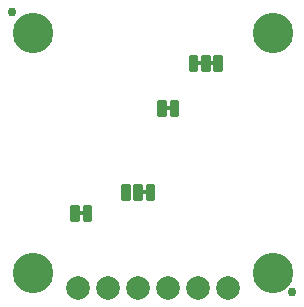
<source format=gbs>
G04 EAGLE Gerber RS-274X export*
G75*
%MOMM*%
%FSLAX34Y34*%
%LPD*%
%INSoldermask Bottom*%
%IPPOS*%
%AMOC8*
5,1,8,0,0,1.08239X$1,22.5*%
G01*
%ADD10C,3.429000*%
%ADD11C,0.762000*%
%ADD12C,0.228344*%
%ADD13C,2.006600*%

G36*
X168340Y201307D02*
X168340Y201307D01*
X168406Y201309D01*
X168449Y201327D01*
X168496Y201335D01*
X168553Y201369D01*
X168613Y201394D01*
X168648Y201425D01*
X168689Y201450D01*
X168731Y201501D01*
X168779Y201545D01*
X168801Y201587D01*
X168830Y201624D01*
X168851Y201686D01*
X168882Y201745D01*
X168890Y201799D01*
X168902Y201836D01*
X168901Y201876D01*
X168909Y201930D01*
X168909Y204470D01*
X168898Y204535D01*
X168896Y204601D01*
X168878Y204644D01*
X168870Y204691D01*
X168836Y204748D01*
X168811Y204808D01*
X168780Y204843D01*
X168755Y204884D01*
X168704Y204926D01*
X168660Y204974D01*
X168618Y204996D01*
X168581Y205025D01*
X168519Y205046D01*
X168460Y205077D01*
X168406Y205085D01*
X168369Y205097D01*
X168329Y205096D01*
X168275Y205104D01*
X164465Y205104D01*
X164400Y205093D01*
X164334Y205091D01*
X164291Y205073D01*
X164244Y205065D01*
X164187Y205031D01*
X164127Y205006D01*
X164092Y204975D01*
X164051Y204950D01*
X164010Y204899D01*
X163961Y204855D01*
X163939Y204813D01*
X163910Y204776D01*
X163889Y204714D01*
X163858Y204655D01*
X163850Y204601D01*
X163838Y204564D01*
X163838Y204561D01*
X163839Y204524D01*
X163831Y204470D01*
X163831Y201930D01*
X163842Y201865D01*
X163844Y201799D01*
X163862Y201756D01*
X163870Y201709D01*
X163904Y201652D01*
X163929Y201592D01*
X163960Y201557D01*
X163985Y201516D01*
X164036Y201475D01*
X164080Y201426D01*
X164122Y201404D01*
X164159Y201375D01*
X164221Y201354D01*
X164280Y201323D01*
X164334Y201315D01*
X164371Y201303D01*
X164411Y201304D01*
X164465Y201296D01*
X168275Y201296D01*
X168340Y201307D01*
G37*
G36*
X178500Y201307D02*
X178500Y201307D01*
X178566Y201309D01*
X178609Y201327D01*
X178656Y201335D01*
X178713Y201369D01*
X178773Y201394D01*
X178808Y201425D01*
X178849Y201450D01*
X178891Y201501D01*
X178939Y201545D01*
X178961Y201587D01*
X178990Y201624D01*
X179011Y201686D01*
X179042Y201745D01*
X179050Y201799D01*
X179062Y201836D01*
X179061Y201876D01*
X179069Y201930D01*
X179069Y204470D01*
X179058Y204535D01*
X179056Y204601D01*
X179038Y204644D01*
X179030Y204691D01*
X178996Y204748D01*
X178971Y204808D01*
X178940Y204843D01*
X178915Y204884D01*
X178864Y204926D01*
X178820Y204974D01*
X178778Y204996D01*
X178741Y205025D01*
X178679Y205046D01*
X178620Y205077D01*
X178566Y205085D01*
X178529Y205097D01*
X178489Y205096D01*
X178435Y205104D01*
X174625Y205104D01*
X174560Y205093D01*
X174494Y205091D01*
X174451Y205073D01*
X174404Y205065D01*
X174347Y205031D01*
X174287Y205006D01*
X174252Y204975D01*
X174211Y204950D01*
X174170Y204899D01*
X174121Y204855D01*
X174099Y204813D01*
X174070Y204776D01*
X174049Y204714D01*
X174018Y204655D01*
X174010Y204601D01*
X173998Y204564D01*
X173998Y204561D01*
X173999Y204524D01*
X173991Y204470D01*
X173991Y201930D01*
X174002Y201865D01*
X174004Y201799D01*
X174022Y201756D01*
X174030Y201709D01*
X174064Y201652D01*
X174089Y201592D01*
X174120Y201557D01*
X174145Y201516D01*
X174196Y201475D01*
X174240Y201426D01*
X174282Y201404D01*
X174319Y201375D01*
X174381Y201354D01*
X174440Y201323D01*
X174494Y201315D01*
X174531Y201303D01*
X174571Y201304D01*
X174625Y201296D01*
X178435Y201296D01*
X178500Y201307D01*
G37*
G36*
X141670Y163207D02*
X141670Y163207D01*
X141736Y163209D01*
X141779Y163227D01*
X141826Y163235D01*
X141883Y163269D01*
X141943Y163294D01*
X141978Y163325D01*
X142019Y163350D01*
X142061Y163401D01*
X142109Y163445D01*
X142131Y163487D01*
X142160Y163524D01*
X142181Y163586D01*
X142212Y163645D01*
X142220Y163699D01*
X142232Y163736D01*
X142231Y163776D01*
X142239Y163830D01*
X142239Y166370D01*
X142228Y166435D01*
X142226Y166501D01*
X142208Y166544D01*
X142200Y166591D01*
X142166Y166648D01*
X142141Y166708D01*
X142110Y166743D01*
X142085Y166784D01*
X142034Y166826D01*
X141990Y166874D01*
X141948Y166896D01*
X141911Y166925D01*
X141849Y166946D01*
X141790Y166977D01*
X141736Y166985D01*
X141699Y166997D01*
X141659Y166996D01*
X141605Y167004D01*
X137795Y167004D01*
X137730Y166993D01*
X137664Y166991D01*
X137621Y166973D01*
X137574Y166965D01*
X137517Y166931D01*
X137457Y166906D01*
X137422Y166875D01*
X137381Y166850D01*
X137340Y166799D01*
X137291Y166755D01*
X137269Y166713D01*
X137240Y166676D01*
X137219Y166614D01*
X137188Y166555D01*
X137180Y166501D01*
X137168Y166464D01*
X137168Y166461D01*
X137169Y166424D01*
X137161Y166370D01*
X137161Y163830D01*
X137172Y163765D01*
X137174Y163699D01*
X137192Y163656D01*
X137200Y163609D01*
X137234Y163552D01*
X137259Y163492D01*
X137290Y163457D01*
X137315Y163416D01*
X137366Y163375D01*
X137410Y163326D01*
X137452Y163304D01*
X137489Y163275D01*
X137551Y163254D01*
X137610Y163223D01*
X137664Y163215D01*
X137701Y163203D01*
X137741Y163204D01*
X137795Y163196D01*
X141605Y163196D01*
X141670Y163207D01*
G37*
G36*
X121350Y92087D02*
X121350Y92087D01*
X121416Y92089D01*
X121459Y92107D01*
X121506Y92115D01*
X121563Y92149D01*
X121623Y92174D01*
X121658Y92205D01*
X121699Y92230D01*
X121741Y92281D01*
X121789Y92325D01*
X121811Y92367D01*
X121840Y92404D01*
X121861Y92466D01*
X121892Y92525D01*
X121900Y92579D01*
X121912Y92616D01*
X121911Y92656D01*
X121919Y92710D01*
X121919Y95250D01*
X121908Y95315D01*
X121906Y95381D01*
X121888Y95424D01*
X121880Y95471D01*
X121846Y95528D01*
X121821Y95588D01*
X121790Y95623D01*
X121765Y95664D01*
X121714Y95706D01*
X121670Y95754D01*
X121628Y95776D01*
X121591Y95805D01*
X121529Y95826D01*
X121470Y95857D01*
X121416Y95865D01*
X121379Y95877D01*
X121339Y95876D01*
X121285Y95884D01*
X117475Y95884D01*
X117410Y95873D01*
X117344Y95871D01*
X117301Y95853D01*
X117254Y95845D01*
X117197Y95811D01*
X117137Y95786D01*
X117102Y95755D01*
X117061Y95730D01*
X117020Y95679D01*
X116971Y95635D01*
X116949Y95593D01*
X116920Y95556D01*
X116899Y95494D01*
X116868Y95435D01*
X116860Y95381D01*
X116848Y95344D01*
X116848Y95341D01*
X116849Y95304D01*
X116841Y95250D01*
X116841Y92710D01*
X116852Y92645D01*
X116854Y92579D01*
X116872Y92536D01*
X116880Y92489D01*
X116914Y92432D01*
X116939Y92372D01*
X116970Y92337D01*
X116995Y92296D01*
X117046Y92255D01*
X117090Y92206D01*
X117132Y92184D01*
X117169Y92155D01*
X117231Y92134D01*
X117290Y92103D01*
X117344Y92095D01*
X117381Y92083D01*
X117421Y92084D01*
X117475Y92076D01*
X121285Y92076D01*
X121350Y92087D01*
G37*
G36*
X68010Y74307D02*
X68010Y74307D01*
X68076Y74309D01*
X68119Y74327D01*
X68166Y74335D01*
X68223Y74369D01*
X68283Y74394D01*
X68318Y74425D01*
X68359Y74450D01*
X68401Y74501D01*
X68449Y74545D01*
X68471Y74587D01*
X68500Y74624D01*
X68521Y74686D01*
X68552Y74745D01*
X68560Y74799D01*
X68572Y74836D01*
X68571Y74876D01*
X68579Y74930D01*
X68579Y77470D01*
X68568Y77535D01*
X68566Y77601D01*
X68548Y77644D01*
X68540Y77691D01*
X68506Y77748D01*
X68481Y77808D01*
X68450Y77843D01*
X68425Y77884D01*
X68374Y77926D01*
X68330Y77974D01*
X68288Y77996D01*
X68251Y78025D01*
X68189Y78046D01*
X68130Y78077D01*
X68076Y78085D01*
X68039Y78097D01*
X67999Y78096D01*
X67945Y78104D01*
X64135Y78104D01*
X64070Y78093D01*
X64004Y78091D01*
X63961Y78073D01*
X63914Y78065D01*
X63857Y78031D01*
X63797Y78006D01*
X63762Y77975D01*
X63721Y77950D01*
X63680Y77899D01*
X63631Y77855D01*
X63609Y77813D01*
X63580Y77776D01*
X63559Y77714D01*
X63528Y77655D01*
X63520Y77601D01*
X63508Y77564D01*
X63508Y77561D01*
X63509Y77524D01*
X63501Y77470D01*
X63501Y74930D01*
X63512Y74865D01*
X63514Y74799D01*
X63532Y74756D01*
X63540Y74709D01*
X63574Y74652D01*
X63599Y74592D01*
X63630Y74557D01*
X63655Y74516D01*
X63706Y74475D01*
X63750Y74426D01*
X63792Y74404D01*
X63829Y74375D01*
X63891Y74354D01*
X63950Y74323D01*
X64004Y74315D01*
X64041Y74303D01*
X64081Y74304D01*
X64135Y74296D01*
X67945Y74296D01*
X68010Y74307D01*
G37*
D10*
X25400Y228600D03*
X228600Y228600D03*
D11*
X7620Y246380D03*
X245110Y8890D03*
D12*
X74043Y82044D02*
X68451Y82044D01*
X74043Y82044D02*
X74043Y70356D01*
X68451Y70356D01*
X68451Y82044D01*
X68451Y72525D02*
X74043Y72525D01*
X74043Y74694D02*
X68451Y74694D01*
X68451Y76863D02*
X74043Y76863D01*
X74043Y79032D02*
X68451Y79032D01*
X68451Y81201D02*
X74043Y81201D01*
X63629Y82044D02*
X58037Y82044D01*
X63629Y82044D02*
X63629Y70356D01*
X58037Y70356D01*
X58037Y82044D01*
X58037Y72525D02*
X63629Y72525D01*
X63629Y74694D02*
X58037Y74694D01*
X58037Y76863D02*
X63629Y76863D01*
X63629Y79032D02*
X58037Y79032D01*
X58037Y81201D02*
X63629Y81201D01*
X158240Y197356D02*
X163832Y197356D01*
X158240Y197356D02*
X158240Y209044D01*
X163832Y209044D01*
X163832Y197356D01*
X163832Y199525D02*
X158240Y199525D01*
X158240Y201694D02*
X163832Y201694D01*
X163832Y203863D02*
X158240Y203863D01*
X158240Y206032D02*
X163832Y206032D01*
X163832Y208201D02*
X158240Y208201D01*
X168654Y197356D02*
X174246Y197356D01*
X168654Y197356D02*
X168654Y209044D01*
X174246Y209044D01*
X174246Y197356D01*
X174246Y199525D02*
X168654Y199525D01*
X168654Y201694D02*
X174246Y201694D01*
X174246Y203863D02*
X168654Y203863D01*
X168654Y206032D02*
X174246Y206032D01*
X174246Y208201D02*
X168654Y208201D01*
X179068Y197356D02*
X184660Y197356D01*
X179068Y197356D02*
X179068Y209044D01*
X184660Y209044D01*
X184660Y197356D01*
X184660Y199525D02*
X179068Y199525D01*
X179068Y201694D02*
X184660Y201694D01*
X184660Y203863D02*
X179068Y203863D01*
X179068Y206032D02*
X184660Y206032D01*
X184660Y208201D02*
X179068Y208201D01*
D10*
X228600Y25400D03*
X25400Y25400D03*
D12*
X101090Y88136D02*
X106682Y88136D01*
X101090Y88136D02*
X101090Y99824D01*
X106682Y99824D01*
X106682Y88136D01*
X106682Y90305D02*
X101090Y90305D01*
X101090Y92474D02*
X106682Y92474D01*
X106682Y94643D02*
X101090Y94643D01*
X101090Y96812D02*
X106682Y96812D01*
X106682Y98981D02*
X101090Y98981D01*
X111504Y88136D02*
X117096Y88136D01*
X111504Y88136D02*
X111504Y99824D01*
X117096Y99824D01*
X117096Y88136D01*
X117096Y90305D02*
X111504Y90305D01*
X111504Y92474D02*
X117096Y92474D01*
X117096Y94643D02*
X111504Y94643D01*
X111504Y96812D02*
X117096Y96812D01*
X117096Y98981D02*
X111504Y98981D01*
X121918Y88136D02*
X127510Y88136D01*
X121918Y88136D02*
X121918Y99824D01*
X127510Y99824D01*
X127510Y88136D01*
X127510Y90305D02*
X121918Y90305D01*
X121918Y92474D02*
X127510Y92474D01*
X127510Y94643D02*
X121918Y94643D01*
X121918Y96812D02*
X127510Y96812D01*
X127510Y98981D02*
X121918Y98981D01*
D13*
X190500Y12700D03*
X165100Y12700D03*
X139700Y12700D03*
X114300Y12700D03*
X88900Y12700D03*
X63500Y12700D03*
D12*
X142111Y170944D02*
X147703Y170944D01*
X147703Y159256D01*
X142111Y159256D01*
X142111Y170944D01*
X142111Y161425D02*
X147703Y161425D01*
X147703Y163594D02*
X142111Y163594D01*
X142111Y165763D02*
X147703Y165763D01*
X147703Y167932D02*
X142111Y167932D01*
X142111Y170101D02*
X147703Y170101D01*
X137289Y170944D02*
X131697Y170944D01*
X137289Y170944D02*
X137289Y159256D01*
X131697Y159256D01*
X131697Y170944D01*
X131697Y161425D02*
X137289Y161425D01*
X137289Y163594D02*
X131697Y163594D01*
X131697Y165763D02*
X137289Y165763D01*
X137289Y167932D02*
X131697Y167932D01*
X131697Y170101D02*
X137289Y170101D01*
M02*

</source>
